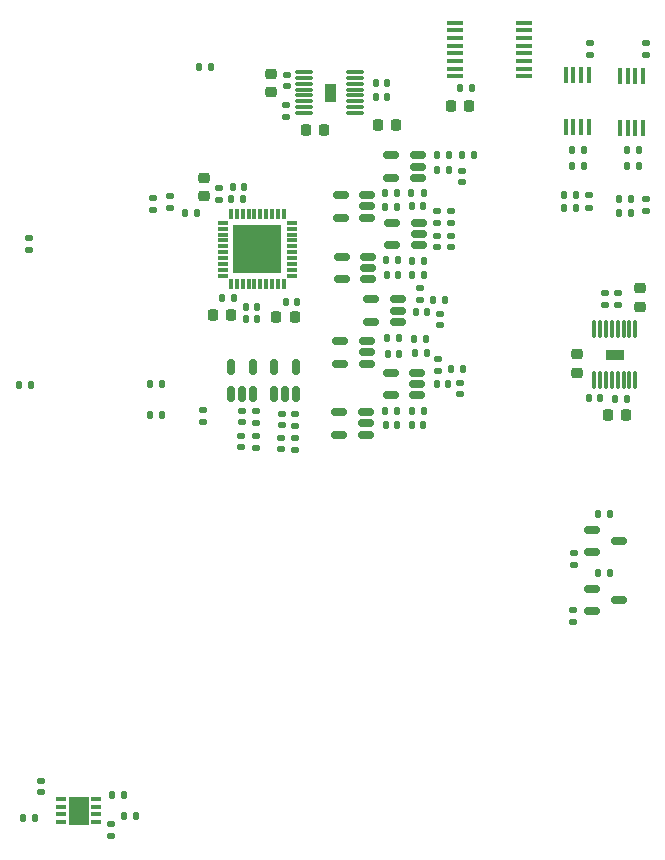
<source format=gbp>
G04 #@! TF.GenerationSoftware,KiCad,Pcbnew,7.0.10*
G04 #@! TF.CreationDate,2024-12-23T15:35:51-08:00*
G04 #@! TF.ProjectId,accessory_v2,61636365-7373-46f7-9279-5f76322e6b69,rev?*
G04 #@! TF.SameCoordinates,Original*
G04 #@! TF.FileFunction,Paste,Bot*
G04 #@! TF.FilePolarity,Positive*
%FSLAX46Y46*%
G04 Gerber Fmt 4.6, Leading zero omitted, Abs format (unit mm)*
G04 Created by KiCad (PCBNEW 7.0.10) date 2024-12-23 15:35:51*
%MOMM*%
%LPD*%
G01*
G04 APERTURE LIST*
G04 Aperture macros list*
%AMRoundRect*
0 Rectangle with rounded corners*
0 $1 Rounding radius*
0 $2 $3 $4 $5 $6 $7 $8 $9 X,Y pos of 4 corners*
0 Add a 4 corners polygon primitive as box body*
4,1,4,$2,$3,$4,$5,$6,$7,$8,$9,$2,$3,0*
0 Add four circle primitives for the rounded corners*
1,1,$1+$1,$2,$3*
1,1,$1+$1,$4,$5*
1,1,$1+$1,$6,$7*
1,1,$1+$1,$8,$9*
0 Add four rect primitives between the rounded corners*
20,1,$1+$1,$2,$3,$4,$5,0*
20,1,$1+$1,$4,$5,$6,$7,0*
20,1,$1+$1,$6,$7,$8,$9,0*
20,1,$1+$1,$8,$9,$2,$3,0*%
G04 Aperture macros list end*
%ADD10C,0.010000*%
%ADD11RoundRect,0.135000X0.135000X0.185000X-0.135000X0.185000X-0.135000X-0.185000X0.135000X-0.185000X0*%
%ADD12RoundRect,0.140000X-0.170000X0.140000X-0.170000X-0.140000X0.170000X-0.140000X0.170000X0.140000X0*%
%ADD13R,0.450000X1.400000*%
%ADD14RoundRect,0.135000X0.185000X-0.135000X0.185000X0.135000X-0.185000X0.135000X-0.185000X-0.135000X0*%
%ADD15RoundRect,0.150000X0.512500X0.150000X-0.512500X0.150000X-0.512500X-0.150000X0.512500X-0.150000X0*%
%ADD16RoundRect,0.140000X-0.140000X-0.170000X0.140000X-0.170000X0.140000X0.170000X-0.140000X0.170000X0*%
%ADD17RoundRect,0.140000X0.140000X0.170000X-0.140000X0.170000X-0.140000X-0.170000X0.140000X-0.170000X0*%
%ADD18RoundRect,0.035000X0.690000X0.105000X-0.690000X0.105000X-0.690000X-0.105000X0.690000X-0.105000X0*%
%ADD19RoundRect,0.225000X-0.250000X0.225000X-0.250000X-0.225000X0.250000X-0.225000X0.250000X0.225000X0*%
%ADD20RoundRect,0.225000X0.225000X0.250000X-0.225000X0.250000X-0.225000X-0.250000X0.225000X-0.250000X0*%
%ADD21R,0.850000X0.350000*%
%ADD22R,1.700000X2.450000*%
%ADD23RoundRect,0.225000X-0.225000X-0.250000X0.225000X-0.250000X0.225000X0.250000X-0.225000X0.250000X0*%
%ADD24RoundRect,0.140000X0.170000X-0.140000X0.170000X0.140000X-0.170000X0.140000X-0.170000X-0.140000X0*%
%ADD25RoundRect,0.135000X-0.135000X-0.185000X0.135000X-0.185000X0.135000X0.185000X-0.135000X0.185000X0*%
%ADD26RoundRect,0.135000X-0.185000X0.135000X-0.185000X-0.135000X0.185000X-0.135000X0.185000X0.135000X0*%
%ADD27R,1.475000X0.450000*%
%ADD28RoundRect,0.150000X0.150000X-0.512500X0.150000X0.512500X-0.150000X0.512500X-0.150000X-0.512500X0*%
%ADD29RoundRect,0.035000X-0.105000X0.690000X-0.105000X-0.690000X0.105000X-0.690000X0.105000X0.690000X0*%
%ADD30RoundRect,0.150000X-0.512500X-0.150000X0.512500X-0.150000X0.512500X0.150000X-0.512500X0.150000X0*%
%ADD31R,0.300000X0.850000*%
%ADD32R,0.850000X0.300000*%
%ADD33R,4.050000X4.050000*%
%ADD34RoundRect,0.225000X0.250000X-0.225000X0.250000X0.225000X-0.250000X0.225000X-0.250000X-0.225000X0*%
G04 APERTURE END LIST*
D10*
X37413000Y-11721000D02*
X36587000Y-11721000D01*
X36587000Y-10299000D01*
X37413000Y-10299000D01*
X37413000Y-11721000D01*
G36*
X37413000Y-11721000D02*
G01*
X36587000Y-11721000D01*
X36587000Y-10299000D01*
X37413000Y-10299000D01*
X37413000Y-11721000D01*
G37*
X61821000Y-33613000D02*
X60399000Y-33613000D01*
X60399000Y-32787000D01*
X61821000Y-32787000D01*
X61821000Y-33613000D01*
G36*
X61821000Y-33613000D02*
G01*
X60399000Y-33613000D01*
X60399000Y-32787000D01*
X61821000Y-32787000D01*
X61821000Y-33613000D01*
G37*
D11*
X49160000Y-16340000D03*
X48140000Y-16340000D03*
X47107500Y-16327500D03*
X46087500Y-16327500D03*
X44960000Y-25252500D03*
X43940000Y-25252500D03*
D12*
X46097500Y-23140000D03*
X46097500Y-24100000D03*
D13*
X63505000Y-14010000D03*
X62855000Y-14010000D03*
X62205000Y-14010000D03*
X61555000Y-14010000D03*
X61555000Y-9610000D03*
X62205000Y-9610000D03*
X62855000Y-9610000D03*
X63505000Y-9610000D03*
D14*
X34020000Y-39230000D03*
X34020000Y-38210000D03*
D15*
X42770000Y-28535000D03*
X42770000Y-29485000D03*
X42770000Y-30435000D03*
X40495000Y-30435000D03*
X40495000Y-28535000D03*
D12*
X47217500Y-23150000D03*
X47217500Y-24110000D03*
D14*
X57580000Y-55880000D03*
X57580000Y-54860000D03*
D12*
X48140000Y-17650000D03*
X48140000Y-18610000D03*
D16*
X58940000Y-36880000D03*
X59900000Y-36880000D03*
D17*
X47037500Y-17607500D03*
X46077500Y-17607500D03*
D18*
X39160000Y-9260000D03*
X39160000Y-9760000D03*
X39160000Y-10260000D03*
X39160000Y-10760000D03*
X39160000Y-11260000D03*
X39160000Y-11760000D03*
X39160000Y-12260000D03*
X39160000Y-12760000D03*
X34840000Y-12760000D03*
X34840000Y-12260000D03*
X34840000Y-11760000D03*
X34840000Y-11260000D03*
X34840000Y-10760000D03*
X34840000Y-10260000D03*
X34840000Y-9760000D03*
X34840000Y-9260000D03*
D11*
X42692500Y-38005000D03*
X41672500Y-38005000D03*
D17*
X42855000Y-33142500D03*
X41895000Y-33142500D03*
D19*
X63220000Y-27605000D03*
X63220000Y-29155000D03*
D20*
X36495000Y-14160000D03*
X34945000Y-14160000D03*
D21*
X17160000Y-70832500D03*
X17160000Y-71482500D03*
X17160000Y-72132500D03*
X17160000Y-72782500D03*
X14260000Y-72782500D03*
X14260000Y-72132500D03*
X14260000Y-71482500D03*
X14260000Y-70832500D03*
D22*
X15710000Y-71807500D03*
D14*
X30702500Y-41100000D03*
X30702500Y-40080000D03*
X22020000Y-21000000D03*
X22020000Y-19980000D03*
D17*
X41830000Y-10250000D03*
X40870000Y-10250000D03*
D11*
X19560000Y-70480000D03*
X18540000Y-70480000D03*
D16*
X61160000Y-36970000D03*
X62120000Y-36970000D03*
X29850000Y-30230000D03*
X30810000Y-30230000D03*
D15*
X40070000Y-38070000D03*
X40070000Y-39020000D03*
X40070000Y-39970000D03*
X37795000Y-39970000D03*
X37795000Y-38070000D03*
D11*
X11695000Y-35740000D03*
X10675000Y-35740000D03*
X22750000Y-35670000D03*
X21730000Y-35670000D03*
D23*
X41025000Y-13730000D03*
X42575000Y-13730000D03*
D15*
X44410000Y-34727500D03*
X44410000Y-35677500D03*
X44410000Y-36627500D03*
X42135000Y-36627500D03*
X42135000Y-34727500D03*
X40170000Y-19700000D03*
X40170000Y-20650000D03*
X40170000Y-21600000D03*
X37895000Y-21600000D03*
X37895000Y-19700000D03*
D24*
X29522500Y-38950000D03*
X29522500Y-37990000D03*
D25*
X61466000Y-20066000D03*
X62486000Y-20066000D03*
D12*
X48042500Y-35620000D03*
X48042500Y-36580000D03*
D17*
X12010000Y-72410000D03*
X11050000Y-72410000D03*
D12*
X60310000Y-28020000D03*
X60310000Y-28980000D03*
D16*
X43970000Y-26482500D03*
X44930000Y-26482500D03*
D12*
X29500000Y-40110000D03*
X29500000Y-41070000D03*
D11*
X58550000Y-15860000D03*
X57530000Y-15860000D03*
D14*
X26210000Y-38880000D03*
X26210000Y-37860000D03*
D26*
X58953400Y-19733800D03*
X58953400Y-20753800D03*
D15*
X44477500Y-16330000D03*
X44477500Y-17280000D03*
X44477500Y-18230000D03*
X42202500Y-18230000D03*
X42202500Y-16330000D03*
D20*
X48781000Y-12192000D03*
X47231000Y-12192000D03*
D25*
X56817800Y-19659600D03*
X57837800Y-19659600D03*
D12*
X12530000Y-69310000D03*
X12530000Y-70270000D03*
D17*
X41830000Y-11400000D03*
X40870000Y-11400000D03*
D26*
X47237500Y-21020000D03*
X47237500Y-22040000D03*
D27*
X53458000Y-5105000D03*
X53458000Y-5755000D03*
X53458000Y-6405000D03*
X53458000Y-7055000D03*
X53458000Y-7705000D03*
X53458000Y-8355000D03*
X53458000Y-9005000D03*
X53458000Y-9655000D03*
X47582000Y-9655000D03*
X47582000Y-9005000D03*
X47582000Y-8355000D03*
X47582000Y-7705000D03*
X47582000Y-7055000D03*
X47582000Y-6405000D03*
X47582000Y-5755000D03*
X47582000Y-5105000D03*
D20*
X28605000Y-29810000D03*
X27055000Y-29810000D03*
D11*
X42780000Y-25232500D03*
X41760000Y-25232500D03*
D28*
X30482500Y-36557500D03*
X29532500Y-36557500D03*
X28582500Y-36557500D03*
X28582500Y-34282500D03*
X30482500Y-34282500D03*
D17*
X29620000Y-20060000D03*
X28660000Y-20060000D03*
D14*
X34020000Y-41290000D03*
X34020000Y-40270000D03*
D19*
X57920000Y-33175000D03*
X57920000Y-34725000D03*
D24*
X63720000Y-7820000D03*
X63720000Y-6860000D03*
D29*
X59360000Y-31040000D03*
X59860000Y-31040000D03*
X60360000Y-31040000D03*
X60860000Y-31040000D03*
X61360000Y-31040000D03*
X61860000Y-31040000D03*
X62360000Y-31040000D03*
X62860000Y-31040000D03*
X62860000Y-35360000D03*
X62360000Y-35360000D03*
X61860000Y-35360000D03*
X61360000Y-35360000D03*
X60860000Y-35360000D03*
X60360000Y-35360000D03*
X59860000Y-35360000D03*
X59360000Y-35360000D03*
D17*
X42682500Y-39185000D03*
X41722500Y-39185000D03*
D25*
X59680000Y-46710000D03*
X60700000Y-46710000D03*
D12*
X46302500Y-29725000D03*
X46302500Y-30685000D03*
D15*
X40257500Y-24920000D03*
X40257500Y-25870000D03*
X40257500Y-26820000D03*
X37982500Y-26820000D03*
X37982500Y-24920000D03*
D26*
X63728600Y-20013200D03*
X63728600Y-21033200D03*
X18420000Y-72970000D03*
X18420000Y-73990000D03*
D11*
X25730000Y-21200000D03*
X24710000Y-21200000D03*
X26890000Y-8850000D03*
X25870000Y-8850000D03*
D24*
X27640000Y-20080000D03*
X27640000Y-19120000D03*
D23*
X32455000Y-30030000D03*
X34005000Y-30030000D03*
D17*
X45222500Y-29615000D03*
X44262500Y-29615000D03*
D14*
X30700000Y-38970000D03*
X30700000Y-37950000D03*
D11*
X48292500Y-34390000D03*
X47272500Y-34390000D03*
D16*
X43922500Y-20660000D03*
X44882500Y-20660000D03*
D11*
X58540000Y-17220000D03*
X57520000Y-17220000D03*
X63200000Y-17220000D03*
X62180000Y-17220000D03*
D19*
X31970000Y-9425000D03*
X31970000Y-10975000D03*
D11*
X46762500Y-28545000D03*
X45742500Y-28545000D03*
D24*
X32937500Y-39160000D03*
X32937500Y-38200000D03*
D11*
X42885000Y-31822500D03*
X41865000Y-31822500D03*
D16*
X44215000Y-33102500D03*
X45175000Y-33102500D03*
D11*
X42682500Y-19542500D03*
X41662500Y-19542500D03*
X44922500Y-19542500D03*
X43902500Y-19542500D03*
D14*
X11510000Y-24340000D03*
X11510000Y-23320000D03*
X57670000Y-51010000D03*
X57670000Y-49990000D03*
D15*
X44535000Y-22050000D03*
X44535000Y-23000000D03*
X44535000Y-23950000D03*
X42260000Y-23950000D03*
X42260000Y-22050000D03*
D14*
X46132500Y-34630000D03*
X46132500Y-33610000D03*
D25*
X61491400Y-21183600D03*
X62511400Y-21183600D03*
X56794400Y-20828000D03*
X57814400Y-20828000D03*
D17*
X42750000Y-26472500D03*
X41790000Y-26472500D03*
X42642500Y-20742500D03*
X41682500Y-20742500D03*
X48994000Y-10668000D03*
X48034000Y-10668000D03*
D13*
X58895000Y-13960000D03*
X58245000Y-13960000D03*
X57595000Y-13960000D03*
X56945000Y-13960000D03*
X56945000Y-9560000D03*
X57595000Y-9560000D03*
X58245000Y-9560000D03*
X58895000Y-9560000D03*
D11*
X22765000Y-38320000D03*
X21745000Y-38320000D03*
D28*
X34122500Y-36547500D03*
X33172500Y-36547500D03*
X32222500Y-36547500D03*
X32222500Y-34272500D03*
X34122500Y-34272500D03*
D16*
X29850000Y-29190000D03*
X30810000Y-29190000D03*
D17*
X29740000Y-19010000D03*
X28780000Y-19010000D03*
D25*
X19570000Y-72240000D03*
X20590000Y-72240000D03*
D24*
X59030000Y-7810000D03*
X59030000Y-6850000D03*
D23*
X60505000Y-38360000D03*
X62055000Y-38360000D03*
D12*
X33370000Y-9500000D03*
X33370000Y-10460000D03*
D14*
X44662500Y-28555000D03*
X44662500Y-27535000D03*
D11*
X63180000Y-15850000D03*
X62160000Y-15850000D03*
D12*
X61380000Y-28030000D03*
X61380000Y-28990000D03*
X32870000Y-40270000D03*
X32870000Y-41230000D03*
D30*
X59212500Y-49920000D03*
X59212500Y-48020000D03*
X61487500Y-48970000D03*
D14*
X46097500Y-22030000D03*
X46097500Y-21010000D03*
X23430000Y-20790000D03*
X23430000Y-19770000D03*
D11*
X44952500Y-37985000D03*
X43932500Y-37985000D03*
D17*
X28840000Y-28450000D03*
X27880000Y-28450000D03*
D31*
X33110000Y-27240000D03*
X32610000Y-27240000D03*
X32110000Y-27240000D03*
X31610000Y-27240000D03*
X31110000Y-27240000D03*
X30610000Y-27240000D03*
X30110000Y-27240000D03*
X29610000Y-27240000D03*
X29110000Y-27240000D03*
X28610000Y-27240000D03*
D32*
X27910000Y-26540000D03*
X27910000Y-26040000D03*
X27910000Y-25540000D03*
X27910000Y-25040000D03*
X27910000Y-24540000D03*
X27910000Y-24040000D03*
X27910000Y-23540000D03*
X27910000Y-23040000D03*
X27910000Y-22540000D03*
X27910000Y-22040000D03*
D31*
X28610000Y-21340000D03*
X29110000Y-21340000D03*
X29610000Y-21340000D03*
X30110000Y-21340000D03*
X30610000Y-21340000D03*
X31110000Y-21340000D03*
X31610000Y-21340000D03*
X32110000Y-21340000D03*
X32610000Y-21340000D03*
X33110000Y-21340000D03*
D32*
X33810000Y-22040000D03*
X33810000Y-22540000D03*
X33810000Y-23040000D03*
X33810000Y-23540000D03*
X33810000Y-24040000D03*
X33810000Y-24540000D03*
X33810000Y-25040000D03*
X33810000Y-25540000D03*
X33810000Y-26040000D03*
X33810000Y-26540000D03*
D33*
X30860000Y-24290000D03*
D15*
X40102500Y-32060000D03*
X40102500Y-33010000D03*
X40102500Y-33960000D03*
X37827500Y-33960000D03*
X37827500Y-32060000D03*
D25*
X59720000Y-51660000D03*
X60740000Y-51660000D03*
D34*
X26320000Y-19805000D03*
X26320000Y-18255000D03*
D24*
X33310000Y-13070000D03*
X33310000Y-12110000D03*
D17*
X46982500Y-35690000D03*
X46022500Y-35690000D03*
D16*
X43942500Y-39195000D03*
X44902500Y-39195000D03*
D30*
X59202500Y-54950000D03*
X59202500Y-53050000D03*
X61477500Y-54000000D03*
D11*
X45165000Y-31852500D03*
X44145000Y-31852500D03*
D16*
X33280000Y-28750000D03*
X34240000Y-28750000D03*
M02*

</source>
